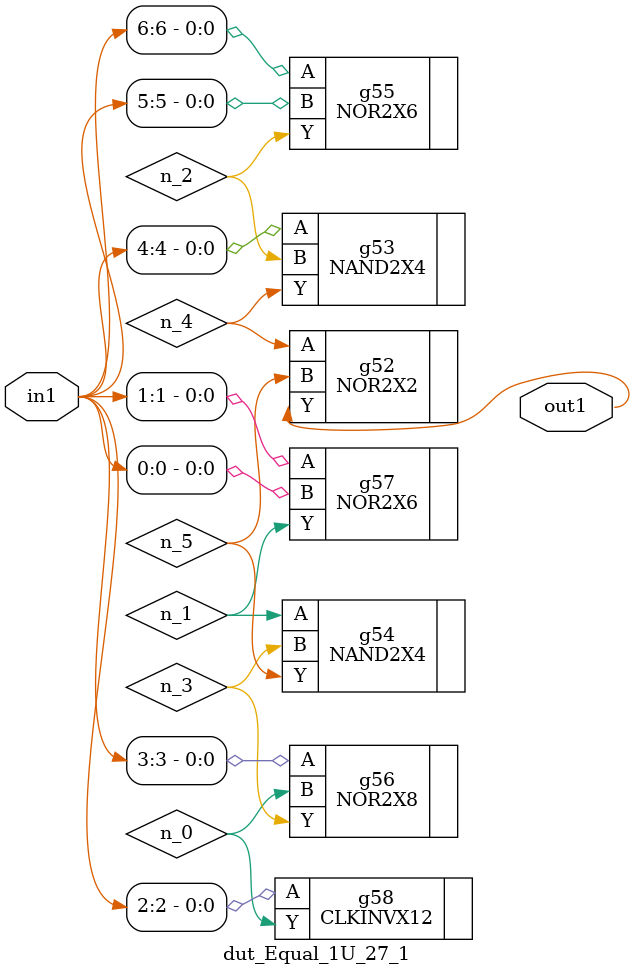
<source format=v>
`timescale 1ps / 1ps


module dut_Equal_1U_27_1(in1, out1);
  input [6:0] in1;
  output out1;
  wire [6:0] in1;
  wire out1;
  wire n_0, n_1, n_2, n_3, n_4, n_5;
  NOR2X2 g52(.A (n_4), .B (n_5), .Y (out1));
  NAND2X4 g54(.A (n_1), .B (n_3), .Y (n_5));
  NAND2X4 g53(.A (in1[4]), .B (n_2), .Y (n_4));
  NOR2X8 g56(.A (in1[3]), .B (n_0), .Y (n_3));
  NOR2X6 g55(.A (in1[6]), .B (in1[5]), .Y (n_2));
  NOR2X6 g57(.A (in1[1]), .B (in1[0]), .Y (n_1));
  CLKINVX12 g58(.A (in1[2]), .Y (n_0));
endmodule



</source>
